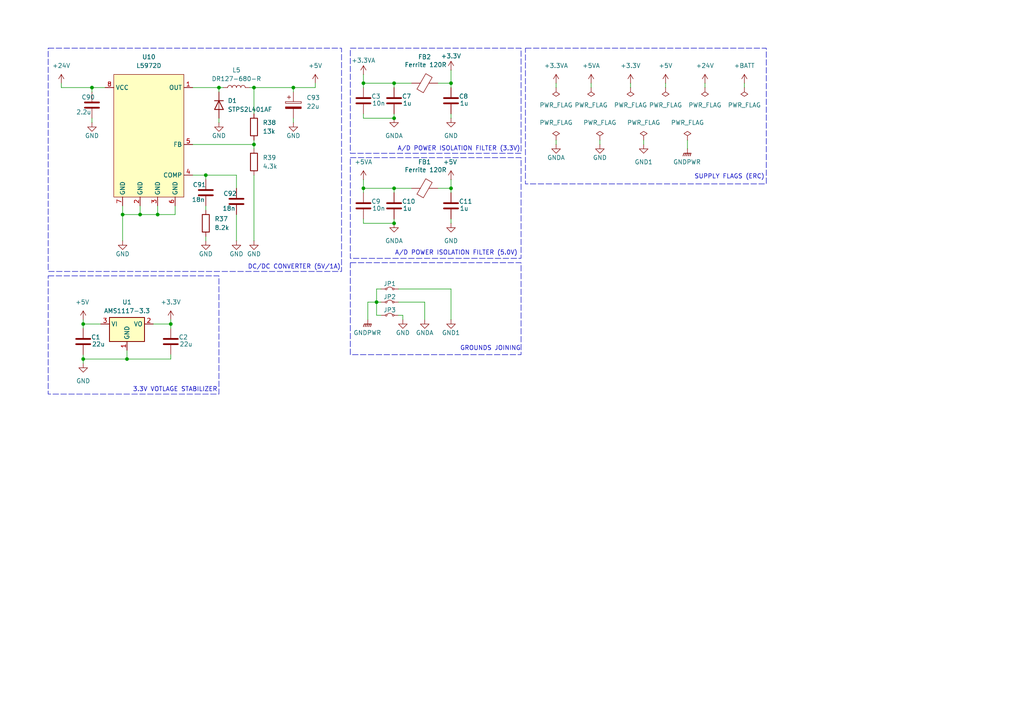
<source format=kicad_sch>
(kicad_sch (version 20231120) (generator "eeschema") (generator_version "8.0")
  (paper "A4")
  (lib_symbols
    (symbol "Device:C" (pin_numbers hide) (pin_names (offset 0.254))
      (property "Reference" "C" (at 0.635 2.54 0))
      (property "Value" "C" (at 0.635 -2.54 0))
      (symbol "C_0_1"
        (polyline (pts (xy -2.032 -0.762) (xy 2.032 -0.762)) (stroke (width 0.508)))
        (polyline (pts (xy -2.032 0.762) (xy 2.032 0.762)) (stroke (width 0.508)))
      )
      (symbol "C_1_1"
        (pin passive line (at 0 3.81 270) (length 2.794) (name "~") (number "1"))
        (pin passive line (at 0 -3.81 90) (length 2.794) (name "~") (number "2"))
      )
    )
    (symbol "Device:C_Polarized" (pin_numbers hide) (pin_names (offset 0.254))
      (property "Reference" "C" (at 0.635 2.54 0))
      (property "Value" "C_Polarized" (at 0.635 -2.54 0))
      (symbol "C_Polarized_0_1"
        (rectangle (start -2.286 0.508) (end 2.286 1.016))
        (polyline (pts (xy -1.778 2.286) (xy -0.762 2.286)))
        (polyline (pts (xy -1.27 2.794) (xy -1.27 1.778)))
        (rectangle (start 2.286 -0.508) (end -2.286 -1.016) (fill (type outline)))
      )
      (symbol "C_Polarized_1_1"
        (pin passive line (at 0 3.81 270) (length 2.794) (name "~") (number "1"))
        (pin passive line (at 0 -3.81 90) (length 2.794) (name "~") (number "2"))
      )
    )
    (symbol "Device:D" (pin_numbers hide) (pin_names (offset 1.016) hide)
      (property "Reference" "D" (at 0 2.54 0))
      (property "Value" "D" (at 0 -2.54 0))
      (symbol "D_0_1"
        (polyline (pts (xy -1.27 1.27) (xy -1.27 -1.27)) (stroke (width 0.254)))
        (polyline (pts (xy 1.27 0) (xy -1.27 0)))
        (polyline (pts (xy 1.27 1.27) (xy 1.27 -1.27) (xy -1.27 0) (xy 1.27 1.27)) (stroke (width 0.254)))
      )
      (symbol "D_1_1"
        (pin passive line (at -3.81 0 0) (length 2.54) (name "K") (number "1"))
        (pin passive line (at 3.81 0 180) (length 2.54) (name "A") (number "2"))
      )
    )
    (symbol "Device:FerriteBead" (pin_numbers hide) (pin_names (offset 0))
      (property "Reference" "FB" (at -3.81 0.635 90))
      (property "Value" "FerriteBead" (at 3.81 0 90))
      (symbol "FerriteBead_0_1"
        (polyline (pts (xy 0 -1.27) (xy 0 -1.2192)))
        (polyline (pts (xy 0 1.27) (xy 0 1.2954)))
        (polyline (pts (xy -2.7686 0.4064) (xy -1.7018 2.2606) (xy 2.7686 -0.3048) (xy 1.6764 -2.159) (xy -2.7686 0.4064)))
      )
      (symbol "FerriteBead_1_1"
        (pin passive line (at 0 3.81 270) (length 2.54) (name "~") (number "1"))
        (pin passive line (at 0 -3.81 90) (length 2.54) (name "~") (number "2"))
      )
    )
    (symbol "Device:L" (pin_numbers hide) (pin_names (offset 1.016) hide)
      (property "Reference" "L" (at -1.27 0 90))
      (property "Value" "L" (at 1.905 0 90))
      (symbol "L_0_1"
        (arc (start 0 -2.54) (mid 0.6323 -1.905) (end 0 -1.27))
        (arc (start 0 -1.27) (mid 0.6323 -0.635) (end 0 0))
        (arc (start 0 0) (mid 0.6323 0.635) (end 0 1.27))
        (arc (start 0 1.27) (mid 0.6323 1.905) (end 0 2.54))
      )
      (symbol "L_1_1"
        (pin passive line (at 0 3.81 270) (length 1.27) (name "1") (number "1"))
        (pin passive line (at 0 -3.81 90) (length 1.27) (name "2") (number "2"))
      )
    )
    (symbol "Device:R" (pin_numbers hide) (pin_names (offset 0))
      (property "Reference" "R" (at 2.032 0 90))
      (property "Value" "R" (at 0 0 90))
      (symbol "R_0_1"
        (rectangle (start -1.016 -2.54) (end 1.016 2.54) (stroke (width 0.254)))
      )
      (symbol "R_1_1"
        (pin passive line (at 0 3.81 270) (length 1.27) (name "~") (number "1"))
        (pin passive line (at 0 -3.81 90) (length 1.27) (name "~") (number "2"))
      )
    )
    (symbol "Jumper:Jumper_2_Small_Bridged" (pin_numbers hide) (pin_names (offset 0) hide) (exclude_from_sim yes)
      (property "Reference" "JP" (at 0 2.032 0))
      (property "Value" "Jumper_2_Small_Bridged" (at 0 -2.286 0))
      (symbol "Jumper_2_Small_Bridged_0_0"
        (circle (center -1.016 0) (radius 0.254))
        (circle (center 1.016 0) (radius 0.254))
      )
      (symbol "Jumper_2_Small_Bridged_0_1"
        (arc (start 0.762 0.254) (mid 0 0.5696) (end -0.762 0.254))
      )
      (symbol "Jumper_2_Small_Bridged_1_1"
        (pin passive line (at -2.54 0 0) (length 1.27) (name "A") (number "1"))
        (pin passive line (at 2.54 0 180) (length 1.27) (name "B") (number "2"))
      )
    )
    (symbol "New_Library:L5972D"
      (property "Reference" "U" (at 10.414 9.906 0))
      (property "Value" "L5972D" (at 0 0 0))
      (symbol "L5972D_0_1"
        (rectangle (start -8.89 7.62) (end 11.43 -27.94) (fill (type background)))
      )
      (symbol "L5972D_1_1"
        (pin power_out line (at 13.97 3.81 180) (length 2.54) (name "OUT") (number "1"))
        (pin power_in line (at -1.27 -30.48 90) (length 2.54) (name "GND") (number "2"))
        (pin power_in line (at 3.81 -30.48 90) (length 2.54) (name "GND") (number "3"))
        (pin input line (at 13.97 -21.59 180) (length 2.54) (name "COMP") (number "4"))
        (pin input line (at 13.97 -12.7 180) (length 2.54) (name "FB") (number "5"))
        (pin power_in line (at 8.89 -30.48 90) (length 2.54) (name "GND") (number "6"))
        (pin power_in line (at -6.35 -30.48 90) (length 2.54) (name "GND") (number "7"))
        (pin power_in line (at -11.43 3.81 0) (length 2.54) (name "VCC") (number "8"))
      )
    )
    (symbol "Regulator_Linear:AMS1117-3.3"
      (property "Reference" "U" (at -3.81 3.175 0))
      (property "Value" "AMS1117-3.3" (at 0 3.175 0))
      (symbol "AMS1117-3.3_0_1"
        (rectangle (start -5.08 -5.08) (end 5.08 1.905) (stroke (width 0.254)) (fill (type background)))
      )
      (symbol "AMS1117-3.3_1_1"
        (pin power_in line (at 0 -7.62 90) (length 2.54) (name "GND") (number "1"))
        (pin power_out line (at 7.62 0 180) (length 2.54) (name "VO") (number "2"))
        (pin power_in line (at -7.62 0 0) (length 2.54) (name "VI") (number "3"))
      )
    )
    (symbol "power:+24V" (power) (pin_numbers hide) (pin_names (offset 0) hide)
      (property "Value" "+24V" (at 0 3.556 0))
      (symbol "+24V_0_1"
        (polyline (pts (xy -0.762 1.27) (xy 0 2.54)))
        (polyline (pts (xy 0 0) (xy 0 2.54)))
        (polyline (pts (xy 0 2.54) (xy 0.762 1.27)))
      )
      (symbol "+24V_1_1"
        (pin power_in line (at 0 0 90) (length 0) (name "~") (number "1"))
      )
    )
    (symbol "power:+3.3V" (power) (pin_numbers hide) (pin_names (offset 0) hide)
      (property "Value" "+3.3V" (at 0 3.556 0))
      (symbol "+3.3V_0_1"
        (polyline (pts (xy -0.762 1.27) (xy 0 2.54)))
        (polyline (pts (xy 0 0) (xy 0 2.54)))
        (polyline (pts (xy 0 2.54) (xy 0.762 1.27)))
      )
      (symbol "+3.3V_1_1"
        (pin power_in line (at 0 0 90) (length 0) (name "~") (number "1"))
      )
    )
    (symbol "power:+3.3VA" (power) (pin_numbers hide) (pin_names (offset 0) hide)
      (property "Value" "+3.3VA" (at 0 3.556 0))
      (symbol "+3.3VA_0_1"
        (polyline (pts (xy -0.762 1.27) (xy 0 2.54)))
        (polyline (pts (xy 0 0) (xy 0 2.54)))
        (polyline (pts (xy 0 2.54) (xy 0.762 1.27)))
      )
      (symbol "+3.3VA_1_1"
        (pin power_in line (at 0 0 90) (length 0) (name "~") (number "1"))
      )
    )
    (symbol "power:+5V" (power) (pin_numbers hide) (pin_names (offset 0) hide)
      (property "Value" "+5V" (at 0 3.556 0))
      (symbol "+5V_0_1"
        (polyline (pts (xy -0.762 1.27) (xy 0 2.54)))
        (polyline (pts (xy 0 0) (xy 0 2.54)))
        (polyline (pts (xy 0 2.54) (xy 0.762 1.27)))
      )
      (symbol "+5V_1_1"
        (pin power_in line (at 0 0 90) (length 0) (name "~") (number "1"))
      )
    )
    (symbol "power:+5VA" (power) (pin_numbers hide) (pin_names (offset 0) hide)
      (property "Value" "+5VA" (at 0 3.556 0))
      (symbol "+5VA_0_1"
        (polyline (pts (xy -0.762 1.27) (xy 0 2.54)))
        (polyline (pts (xy 0 0) (xy 0 2.54)))
        (polyline (pts (xy 0 2.54) (xy 0.762 1.27)))
      )
      (symbol "+5VA_1_1"
        (pin power_in line (at 0 0 90) (length 0) (name "~") (number "1"))
      )
    )
    (symbol "power:+BATT" (power) (pin_numbers hide) (pin_names (offset 0) hide)
      (property "Value" "+BATT" (at 0 3.556 0))
      (symbol "+BATT_0_1"
        (polyline (pts (xy -0.762 1.27) (xy 0 2.54)))
        (polyline (pts (xy 0 0) (xy 0 2.54)))
        (polyline (pts (xy 0 2.54) (xy 0.762 1.27)))
      )
      (symbol "+BATT_1_1"
        (pin power_in line (at 0 0 90) (length 0) (name "~") (number "1"))
      )
    )
    (symbol "power:GND" (power) (pin_numbers hide) (pin_names (offset 0) hide)
      (property "Value" "GND" (at 0 -3.81 0))
      (symbol "GND_0_1"
        (polyline (pts (xy 0 0) (xy 0 -1.27) (xy 1.27 -1.27) (xy 0 -2.54) (xy -1.27 -1.27) (xy 0 -1.27)))
      )
      (symbol "GND_1_1"
        (pin power_in line (at 0 0 270) (length 0) (name "~") (number "1"))
      )
    )
    (symbol "power:GND1" (power) (pin_numbers hide) (pin_names (offset 0) hide)
      (property "Value" "GND1" (at 0 -3.81 0))
      (symbol "GND1_0_1"
        (polyline (pts (xy 0 0) (xy 0 -1.27) (xy 1.27 -1.27) (xy 0 -2.54) (xy -1.27 -1.27) (xy 0 -1.27)))
      )
      (symbol "GND1_1_1"
        (pin power_in line (at 0 0 270) (length 0) (name "~") (number "1"))
      )
    )
    (symbol "power:GNDA" (power) (pin_numbers hide) (pin_names (offset 0) hide)
      (property "Value" "GNDA" (at 0 -3.81 0))
      (symbol "GNDA_0_1"
        (polyline (pts (xy 0 0) (xy 0 -1.27) (xy 1.27 -1.27) (xy 0 -2.54) (xy -1.27 -1.27) (xy 0 -1.27)))
      )
      (symbol "GNDA_1_1"
        (pin power_in line (at 0 0 270) (length 0) (name "~") (number "1"))
      )
    )
    (symbol "power:GNDPWR" (power) (pin_numbers hide) (pin_names (offset 0) hide)
      (property "Value" "GNDPWR" (at 0 -3.302 0))
      (symbol "GNDPWR_0_1"
        (polyline (pts (xy 0 -1.27) (xy 0 0)))
        (polyline (pts (xy -1.016 -1.27) (xy -1.27 -2.032) (xy -1.27 -2.032)) (stroke (width 0.2032)))
        (polyline (pts (xy -0.508 -1.27) (xy -0.762 -2.032) (xy -0.762 -2.032)) (stroke (width 0.2032)))
        (polyline (pts (xy 0 -1.27) (xy -0.254 -2.032) (xy -0.254 -2.032)) (stroke (width 0.2032)))
        (polyline (pts (xy 0.508 -1.27) (xy 0.254 -2.032) (xy 0.254 -2.032)) (stroke (width 0.2032)))
        (polyline (pts (xy 1.016 -1.27) (xy -1.016 -1.27) (xy -1.016 -1.27)) (stroke (width 0.2032)))
        (polyline (pts (xy 1.016 -1.27) (xy 0.762 -2.032) (xy 0.762 -2.032) (xy 0.762 -2.032)) (stroke (width 0.2032)))
      )
      (symbol "GNDPWR_1_1"
        (pin power_in line (at 0 0 270) (length 0) (name "~") (number "1"))
      )
    )
    (symbol "power:PWR_FLAG" (power) (pin_numbers hide) (pin_names (offset 0) hide)
      (property "Value" "PWR_FLAG" (at 0 3.81 0))
      (symbol "PWR_FLAG_0_0"
        (pin power_out line (at 0 0 90) (length 0) (name "~") (number "1"))
      )
      (symbol "PWR_FLAG_0_1"
        (polyline (pts (xy 0 0) (xy 0 1.27) (xy -1.016 1.905) (xy 0 2.54) (xy 1.016 1.905) (xy 0 1.27)))
      )
    )
  )
  (junction (at 49.53 93.98))
  (junction (at 114.3 34.29))
  (junction (at 59.69 50.8))
  (junction (at 45.72 62.23))
  (junction (at 85.09 25.4))
  (junction (at 35.56 62.23))
  (junction (at 40.64 62.23))
  (junction (at 73.66 41.91))
  (junction (at 130.81 24.13))
  (junction (at 63.5 25.4))
  (junction (at 109.22 87.63))
  (junction (at 114.3 24.13))
  (junction (at 73.66 25.4))
  (junction (at 36.83 104.14))
  (junction (at 114.3 64.77))
  (junction (at 130.81 54.61))
  (junction (at 114.3 54.61))
  (junction (at 105.41 24.13))
  (junction (at 24.13 93.98))
  (junction (at 105.41 54.61))
  (junction (at 24.13 104.14))
  (junction (at 26.67 25.4))
  (wire (pts (xy 59.69 50.8) (xy 59.69 52.07)))
  (wire (pts (xy 105.41 52.07) (xy 105.41 54.61)))
  (wire (pts (xy 24.13 104.14) (xy 24.13 105.41)))
  (wire (pts (xy 114.3 54.61) (xy 114.3 55.88)))
  (wire (pts (xy 68.58 50.8) (xy 59.69 50.8)))
  (wire (pts (xy 91.44 24.13) (xy 91.44 25.4)))
  (wire (pts (xy 36.83 101.6) (xy 36.83 104.14)))
  (wire (pts (xy 109.22 91.44) (xy 109.22 87.63)))
  (wire (pts (xy 35.56 59.69) (xy 35.56 62.23)))
  (wire (pts (xy 63.5 25.4) (xy 63.5 26.67)))
  (wire (pts (xy 73.66 25.4) (xy 72.39 25.4)))
  (wire (pts (xy 127 54.61) (xy 130.81 54.61)))
  (wire (pts (xy 49.53 104.14) (xy 49.53 102.87)))
  (wire (pts (xy 114.3 63.5) (xy 114.3 64.77)))
  (wire (pts (xy 123.19 92.71) (xy 123.19 87.63)))
  (wire (pts (xy 64.77 25.4) (xy 63.5 25.4)))
  (wire (pts (xy 17.78 24.13) (xy 17.78 25.4)))
  (wire (pts (xy 45.72 59.69) (xy 45.72 62.23)))
  (wire (pts (xy 130.81 52.07) (xy 130.81 54.61)))
  (wire (pts (xy 105.41 64.77) (xy 114.3 64.77)))
  (wire (pts (xy 114.3 24.13) (xy 114.3 25.4)))
  (wire (pts (xy 127 24.13) (xy 130.81 24.13)))
  (wire (pts (xy 73.66 25.4) (xy 73.66 33.02)))
  (wire (pts (xy 116.84 91.44) (xy 116.84 92.71)))
  (wire (pts (xy 182.88 24.13) (xy 182.88 25.4)))
  (wire (pts (xy 171.45 24.13) (xy 171.45 25.4)))
  (wire (pts (xy 105.41 54.61) (xy 114.3 54.61)))
  (wire (pts (xy 106.68 87.63) (xy 109.22 87.63)))
  (wire (pts (xy 85.09 25.4) (xy 85.09 26.67)))
  (wire (pts (xy 114.3 33.02) (xy 114.3 34.29)))
  (wire (pts (xy 186.69 41.91) (xy 186.69 40.64)))
  (wire (pts (xy 130.81 92.71) (xy 130.81 83.82)))
  (wire (pts (xy 24.13 104.14) (xy 36.83 104.14)))
  (wire (pts (xy 130.81 33.02) (xy 130.81 34.29)))
  (wire (pts (xy 109.22 87.63) (xy 110.49 87.63)))
  (wire (pts (xy 114.3 54.61) (xy 119.38 54.61)))
  (wire (pts (xy 49.53 92.71) (xy 49.53 93.98)))
  (wire (pts (xy 24.13 92.71) (xy 24.13 93.98)))
  (wire (pts (xy 161.29 41.91) (xy 161.29 40.64)))
  (wire (pts (xy 68.58 62.23) (xy 68.58 69.85)))
  (wire (pts (xy 59.69 69.85) (xy 59.69 68.58)))
  (wire (pts (xy 173.99 41.91) (xy 173.99 40.64)))
  (wire (pts (xy 40.64 62.23) (xy 35.56 62.23)))
  (wire (pts (xy 45.72 62.23) (xy 40.64 62.23)))
  (wire (pts (xy 49.53 93.98) (xy 49.53 95.25)))
  (wire (pts (xy 105.41 34.29) (xy 114.3 34.29)))
  (wire (pts (xy 36.83 104.14) (xy 49.53 104.14)))
  (wire (pts (xy 17.78 25.4) (xy 26.67 25.4)))
  (wire (pts (xy 50.8 62.23) (xy 45.72 62.23)))
  (wire (pts (xy 215.9 24.13) (xy 215.9 25.4)))
  (wire (pts (xy 59.69 59.69) (xy 59.69 60.96)))
  (wire (pts (xy 109.22 87.63) (xy 109.22 83.82)))
  (wire (pts (xy 35.56 62.23) (xy 35.56 69.85)))
  (wire (pts (xy 109.22 83.82) (xy 110.49 83.82)))
  (wire (pts (xy 109.22 91.44) (xy 110.49 91.44)))
  (wire (pts (xy 130.81 83.82) (xy 115.57 83.82)))
  (wire (pts (xy 91.44 25.4) (xy 85.09 25.4)))
  (wire (pts (xy 24.13 95.25) (xy 24.13 93.98)))
  (wire (pts (xy 130.81 54.61) (xy 130.81 55.88)))
  (wire (pts (xy 105.41 55.88) (xy 105.41 54.61)))
  (wire (pts (xy 73.66 40.64) (xy 73.66 41.91)))
  (wire (pts (xy 26.67 25.4) (xy 30.48 25.4)))
  (wire (pts (xy 123.19 87.63) (xy 115.57 87.63)))
  (wire (pts (xy 105.41 24.13) (xy 114.3 24.13)))
  (wire (pts (xy 199.39 40.64) (xy 199.39 43.18)))
  (wire (pts (xy 68.58 54.61) (xy 68.58 50.8)))
  (wire (pts (xy 204.47 24.13) (xy 204.47 25.4)))
  (wire (pts (xy 193.04 24.13) (xy 193.04 25.4)))
  (wire (pts (xy 130.81 24.13) (xy 130.81 25.4)))
  (wire (pts (xy 73.66 25.4) (xy 85.09 25.4)))
  (wire (pts (xy 130.81 20.32) (xy 130.81 24.13)))
  (wire (pts (xy 44.45 93.98) (xy 49.53 93.98)))
  (wire (pts (xy 106.68 92.71) (xy 106.68 87.63)))
  (wire (pts (xy 130.81 63.5) (xy 130.81 64.77)))
  (wire (pts (xy 105.41 21.59) (xy 105.41 24.13)))
  (wire (pts (xy 26.67 34.29) (xy 26.67 35.56)))
  (wire (pts (xy 161.29 24.13) (xy 161.29 25.4)))
  (wire (pts (xy 55.88 50.8) (xy 59.69 50.8)))
  (wire (pts (xy 115.57 91.44) (xy 116.84 91.44)))
  (wire (pts (xy 105.41 63.5) (xy 105.41 64.77)))
  (wire (pts (xy 73.66 41.91) (xy 73.66 43.18)))
  (wire (pts (xy 73.66 50.8) (xy 73.66 69.85)))
  (wire (pts (xy 55.88 25.4) (xy 63.5 25.4)))
  (wire (pts (xy 63.5 34.29) (xy 63.5 35.56)))
  (wire (pts (xy 50.8 59.69) (xy 50.8 62.23)))
  (wire (pts (xy 105.41 25.4) (xy 105.41 24.13)))
  (wire (pts (xy 114.3 24.13) (xy 119.38 24.13)))
  (wire (pts (xy 26.67 26.67) (xy 26.67 25.4)))
  (wire (pts (xy 85.09 34.29) (xy 85.09 35.56)))
  (wire (pts (xy 24.13 93.98) (xy 29.21 93.98)))
  (wire (pts (xy 55.88 41.91) (xy 73.66 41.91)))
  (wire (pts (xy 40.64 59.69) (xy 40.64 62.23)))
  (wire (pts (xy 24.13 102.87) (xy 24.13 104.14)))
  (wire (pts (xy 105.41 33.02) (xy 105.41 34.29)))
  (rectangle (start 101.6 45.72) (end 151.13 74.93) (stroke (width 0) (type dash)))
  (rectangle (start 152.4 13.97) (end 222.25 53.34) (stroke (width 0) (type dash)))
  (rectangle (start 13.97 80.01) (end 63.5 114.3) (stroke (width 0) (type dash)))
  (rectangle (start 101.6 76.2) (end 151.13 102.87) (stroke (width 0) (type dash)))
  (rectangle (start 13.97 13.97) (end 99.06 78.74) (stroke (width 0) (type dash)))
  (rectangle (start 101.6 13.97) (end 151.13 44.45) (stroke (width 0) (type dash)))
  (text "SUPPLY FLAGS (ERC)" (at 211.582 51.308 0) (effects (font (size 1.27 1.27))))
  (text "A/D POWER ISOLATION FILTER (5.0V)" (at 132.334 73.406 0) (effects (font (size 1.27 1.27))))
  (text "DC/DC CONVERTER (5V/1A)" (at 85.344 77.47 0) (effects (font (size 1.27 1.27))))
  (text "A/D POWER ISOLATION FILTER (3.3V)" (at 133.096 43.18 0) (effects (font (size 1.27 1.27))))
  (text "GROUNDS JOINING" (at 142.24 101.092 0) (effects (font (size 1.27 1.27))))
  (text "3.3V VOTLAGE STABILIZER" (at 50.8 113.03 0) (effects (font (size 1.27 1.27))))
  (symbol (lib_id "New_Library:L5972D") (at 41.91 29.21 0) (unit 1)
    (property "Reference" "U10" (at 43.18 16.51 0))
    (property "Value" "L5972D" (at 43.18 19.05 0))
    (property "Footprint" "Package_SO:SO-8_3.9x4.9mm_P1.27mm" (effects (hide yes)))
  )
  (symbol (lib_id "power:+5V") (at 193.04 24.13 0) (unit 1)
    (property "Reference" "#PWR0116" (effects (hide yes)))
    (property "Value" "+5V" (at 193.04 19.05 0))
    (property "Description" "Power symbol creates a global label with name \"+5V\"" (effects (hide yes)))
  )
  (symbol (lib_id "Device:L") (at 68.58 25.4 90) (unit 1)
    (property "Reference" "L5" (at 68.58 20.32 90))
    (property "Value" "DR127-680-R" (at 68.58 22.86 90))
    (property "Footprint" "SkrzpkAmpLibs:DR127-100-R" (effects (hide yes)))
    (property "Description" "Inductor" (effects (hide yes)))
  )
  (symbol (lib_id "power:GNDA") (at 114.3 64.77 0) (unit 1)
    (property "Reference" "#PWR012" (effects (hide yes)))
    (property "Value" "GNDA" (at 114.3 69.85 0))
    (property "Description" "Power symbol creates a global label with name \"GNDA\" , analog ground" (effects (hide yes)))
    (instances (project "control_board" (path "" (reference "#PWR012") (unit 1))) (project "" (path "" (reference "#PWR098") (unit 1))))
  )
  (symbol (lib_id "Device:C") (at 130.81 59.69 0) (unit 1)
    (property "Reference" "C11" (at 133.096 58.42 0) (effects (justify left)))
    (property "Value" "1u" (at 133.35 60.452 0) (effects (justify left)))
    (property "Footprint" "Capacitor_SMD:C_0603_1608Metric_Pad1.08x0.95mm_HandSolder" (effects (hide yes)))
    (property "Description" "Unpolarized capacitor" (effects (hide yes)))
    (instances (project "control_board" (path "" (reference "C11") (unit 1))) (project "" (path "" (reference "C89") (unit 1))))
  )
  (symbol (lib_id "power:PWR_FLAG") (at 215.9 25.4 180) (unit 1)
    (property "Reference" "#FLG010" (effects (hide yes)))
    (property "Value" "PWR_FLAG" (at 215.9 30.48 0))
    (property "Description" "Special symbol for telling ERC where power comes from" (effects (hide yes)))
  )
  (symbol (lib_id "power:PWR_FLAG") (at 171.45 25.4 180) (unit 1)
    (property "Reference" "#FLG03" (effects (hide yes)))
    (property "Value" "PWR_FLAG" (at 171.45 30.48 0))
    (property "Description" "Special symbol for telling ERC where power comes from" (effects (hide yes)))
  )
  (symbol (lib_id "power:GND") (at 173.99 41.91 0) (unit 1)
    (property "Reference" "#PWR0113" (effects (hide yes)))
    (property "Value" "GND" (at 173.99 45.72 0))
    (property "Description" "Power symbol creates a global label with name \"GND\" , ground" (effects (hide yes)))
  )
  (symbol (lib_id "power:GND") (at 26.67 35.56 0) (unit 1)
    (property "Reference" "#PWR0110" (effects (hide yes)))
    (property "Value" "GND" (at 26.67 39.37 0))
    (property "Description" "Power symbol creates a global label with name \"GND\" , ground" (effects (hide yes)))
  )
  (symbol (lib_id "power:GND") (at 35.56 69.85 0) (unit 1)
    (property "Reference" "#PWR0112" (effects (hide yes)))
    (property "Value" "GND" (at 35.56 73.66 0))
    (property "Description" "Power symbol creates a global label with name \"GND\" , ground" (effects (hide yes)))
  )
  (symbol (lib_id "power:PWR_FLAG") (at 161.29 40.64 0) (unit 1)
    (property "Reference" "#FLG02" (effects (hide yes)))
    (property "Value" "PWR_FLAG" (at 161.29 35.56 0))
    (property "Description" "Special symbol for telling ERC where power comes from" (effects (hide yes)))
  )
  (symbol (lib_id "Jumper:Jumper_2_Small_Bridged") (at 113.03 87.63 0) (unit 1) (exclude_from_sim yes)
    (property "Reference" "JP2" (at 113.03 86.106 0))
    (property "Value" "Jumper_2_Small_Bridged" (effects (hide yes)))
    (property "Footprint" "Resistor_SMD:R_1210_3225Metric_Pad1.30x2.65mm_HandSolder" (effects (hide yes)))
    (property "Description" "Jumper, 2-pole, small symbol, bridged" (effects (hide yes)))
  )
  (symbol (lib_id "power:GNDA") (at 161.29 41.91 0) (unit 1)
    (property "Reference" "#PWR0109" (effects (hide yes)))
    (property "Value" "GNDA" (at 161.29 45.72 0))
    (property "Description" "Power symbol creates a global label with name \"GNDA\" , analog ground" (effects (hide yes)))
  )
  (symbol (lib_id "Device:R") (at 73.66 46.99 0) (unit 1)
    (property "Reference" "R39" (at 76.2 45.7199 0) (effects (justify left)))
    (property "Value" "4.3k" (at 76.2 48.2599 0) (effects (justify left)))
    (property "Footprint" "Resistor_SMD:R_0603_1608Metric_Pad0.98x0.95mm_HandSolder" (effects (hide yes)))
    (property "Description" "Resistor" (effects (hide yes)))
  )
  (symbol (lib_id "power:GNDA") (at 123.19 92.71 0) (unit 1)
    (property "Reference" "#PWR0100" (effects (hide yes)))
    (property "Value" "GNDA" (at 123.19 96.52 0))
    (property "Description" "Power symbol creates a global label with name \"GNDA\" , analog ground" (effects (hide yes)))
  )
  (symbol (lib_id "Device:D") (at 63.5 30.48 270) (unit 1)
    (property "Reference" "D1" (at 66.04 29.2099 90) (effects (justify left)))
    (property "Value" "STPS2L401AF" (at 66.04 31.7499 90) (effects (justify left)))
    (property "Footprint" "SkrzpkAmpLibs:STPS2L40AF" (effects (hide yes)))
    (property "Description" "Diode" (effects (hide yes)))
    (property "Sim.Device" "D" (effects (hide yes)))
    (property "Sim.Pins" "1=K 2=A" (effects (hide yes)))
  )
  (symbol (lib_id "power:GND1") (at 130.81 92.71 0) (unit 1)
    (property "Reference" "#PWR0101" (effects (hide yes)))
    (property "Value" "GND1" (at 130.81 96.52 0))
    (property "Description" "Power symbol creates a global label with name \"GND1\" , ground" (effects (hide yes)))
  )
  (symbol (lib_id "power:+BATT") (at 215.9 24.13 0) (unit 1)
    (property "Reference" "#PWR0123" (effects (hide yes)))
    (property "Value" "+BATT" (at 215.9 19.05 0))
    (property "Description" "Power symbol creates a global label with name \"+BATT\"" (effects (hide yes)))
  )
  (symbol (lib_id "Device:C") (at 24.13 99.06 0) (unit 1)
    (property "Reference" "C1" (at 26.416 97.79 0) (effects (justify left)))
    (property "Value" "22u" (at 26.67 99.822 0) (effects (justify left)))
    (property "Footprint" "Capacitor_SMD:C_0603_1608Metric_Pad1.08x0.95mm_HandSolder" (effects (hide yes)))
    (property "Description" "Unpolarized capacitor" (effects (hide yes)))
    (instances (project "control_board" (path "" (reference "C1") (unit 1))) (project "" (path "" (reference "C82") (unit 1))))
  )
  (symbol (lib_id "Device:C") (at 105.41 59.69 0) (unit 1)
    (property "Reference" "C9" (at 107.696 58.42 0) (effects (justify left)))
    (property "Value" "10n" (at 107.95 60.452 0) (effects (justify left)))
    (property "Footprint" "Capacitor_SMD:C_0603_1608Metric_Pad1.08x0.95mm_HandSolder" (effects (hide yes)))
    (property "Description" "Unpolarized capacitor" (effects (hide yes)))
    (instances (project "control_board" (path "" (reference "C9") (unit 1))) (project "" (path "" (reference "C84") (unit 1))))
  )
  (symbol (lib_id "power:GNDA") (at 114.3 34.29 0) (unit 1)
    (property "Reference" "#PWR098" (effects (hide yes)))
    (property "Value" "GNDA" (at 114.3 39.37 0))
    (property "Description" "Power symbol creates a global label with name \"GNDA\" , analog ground" (effects (hide yes)))
    (instances (project "control_board" (path "" (reference "#PWR098") (unit 1))) (project "" (path "" (reference "#PWR097") (unit 1))))
  )
  (symbol (lib_id "power:GND") (at 130.81 34.29 0) (unit 1)
    (property "Reference" "#PWR0102" (effects (hide yes)))
    (property "Value" "GND" (at 130.81 39.37 0))
    (property "Description" "Power symbol creates a global label with name \"GND\" , ground" (effects (hide yes)))
    (instances (project "control_board" (path "" (reference "#PWR0102") (unit 1))) (project "" (path "" (reference "#PWR0104") (unit 1))))
  )
  (symbol (lib_id "Device:C") (at 26.67 30.48 0) (unit 1)
    (property "Reference" "C90" (at 23.622 28.194 0) (effects (justify left)))
    (property "Value" "2.2u" (at 22.098 32.512 0) (effects (justify left)))
    (property "Footprint" "Capacitor_SMD:C_0603_1608Metric_Pad1.08x0.95mm_HandSolder" (effects (hide yes)))
    (property "Description" "Unpolarized capacitor" (effects (hide yes)))
  )
  (symbol (lib_id "power:GND") (at 73.66 69.85 0) (unit 1)
    (property "Reference" "#PWR0122" (effects (hide yes)))
    (property "Value" "GND" (at 73.66 73.66 0))
    (property "Description" "Power symbol creates a global label with name \"GND\" , ground" (effects (hide yes)))
  )
  (symbol (lib_id "Jumper:Jumper_2_Small_Bridged") (at 113.03 91.44 0) (unit 1) (exclude_from_sim yes)
    (property "Reference" "JP3" (at 113.03 89.916 0))
    (property "Value" "Jumper_2_Small_Bridged" (effects (hide yes)))
    (property "Footprint" "Resistor_SMD:R_1210_3225Metric_Pad1.30x2.65mm_HandSolder" (effects (hide yes)))
    (property "Description" "Jumper, 2-pole, small symbol, bridged" (effects (hide yes)))
  )
  (symbol (lib_id "power:GND") (at 85.09 35.56 0) (unit 1)
    (property "Reference" "#PWR0124" (effects (hide yes)))
    (property "Value" "GND" (at 85.09 39.37 0))
    (property "Description" "Power symbol creates a global label with name \"GND\" , ground" (effects (hide yes)))
  )
  (symbol (lib_id "Device:FerriteBead") (at 123.19 24.13 90) (unit 1)
    (property "Reference" "FB2" (at 123.1392 16.51 90))
    (property "Value" "Ferrite 120R" (at 123.444 18.796 90))
    (property "Footprint" "Inductor_SMD:L_0805_2012Metric_Pad1.05x1.20mm_HandSolder" (effects (hide yes)))
    (property "Description" "Ferrite bead" (effects (hide yes)))
    (instances (project "control_board" (path "" (reference "FB2") (unit 1))) (project "" (path "" (reference "FB1") (unit 1))))
  )
  (symbol (lib_id "Device:C") (at 114.3 29.21 0) (unit 1)
    (property "Reference" "C7" (at 116.586 27.94 0) (effects (justify left)))
    (property "Value" "1u" (at 116.84 29.972 0) (effects (justify left)))
    (property "Footprint" "Capacitor_SMD:C_0603_1608Metric_Pad1.08x0.95mm_HandSolder" (effects (hide yes)))
    (property "Description" "Unpolarized capacitor" (effects (hide yes)))
    (instances (project "control_board" (path "" (reference "C7") (unit 1))) (project "" (path "" (reference "C85") (unit 1))))
  )
  (symbol (lib_id "Device:C") (at 68.58 58.42 0) (unit 1)
    (property "Reference" "C92" (at 64.77 56.134 0) (effects (justify left)))
    (property "Value" "18n" (at 64.516 60.452 0) (effects (justify left)))
    (property "Footprint" "Capacitor_SMD:C_0603_1608Metric_Pad1.08x0.95mm_HandSolder" (effects (hide yes)))
    (property "Description" "Unpolarized capacitor" (effects (hide yes)))
  )
  (symbol (lib_id "power:GND") (at 68.58 69.85 0) (unit 1)
    (property "Reference" "#PWR0121" (effects (hide yes)))
    (property "Value" "GND" (at 68.58 73.66 0))
    (property "Description" "Power symbol creates a global label with name \"GND\" , ground" (effects (hide yes)))
  )
  (symbol (lib_id "power:GND") (at 24.13 105.41 0) (unit 1)
    (property "Reference" "#PWR06" (effects (hide yes)))
    (property "Value" "GND" (at 24.13 110.49 0))
    (property "Description" "Power symbol creates a global label with name \"GND\" , ground" (effects (hide yes)))
    (instances (project "control_board" (path "" (reference "#PWR06") (unit 1))) (project "" (path "" (reference "#PWR093") (unit 1))))
  )
  (symbol (lib_id "power:+3.3V") (at 130.81 20.32 0) (unit 1)
    (property "Reference" "#PWR099" (effects (hide yes)))
    (property "Value" "+3.3V" (at 130.81 16.256 0))
    (property "Description" "Power symbol creates a global label with name \"+3.3V\"" (effects (hide yes)))
    (instances (project "control_board" (path "" (reference "#PWR099") (unit 1))) (project "" (path "" (reference "#PWR0103") (unit 1))))
  )
  (symbol (lib_id "Device:R") (at 73.66 36.83 0) (unit 1)
    (property "Reference" "R38" (at 76.2 35.5599 0) (effects (justify left)))
    (property "Value" "13k" (at 76.2 38.0999 0) (effects (justify left)))
    (property "Footprint" "Resistor_SMD:R_0603_1608Metric_Pad0.98x0.95mm_HandSolder" (effects (hide yes)))
    (property "Description" "Resistor" (effects (hide yes)))
  )
  (symbol (lib_id "power:+5V") (at 91.44 24.13 0) (unit 1)
    (property "Reference" "#PWR0125" (effects (hide yes)))
    (property "Value" "+5V" (at 91.44 19.05 0))
    (property "Description" "Power symbol creates a global label with name \"+5V\"" (effects (hide yes)))
  )
  (symbol (lib_id "power:+24V") (at 17.78 24.13 0) (unit 1)
    (property "Reference" "#PWR0107" (effects (hide yes)))
    (property "Value" "+24V" (at 17.78 19.05 0))
    (property "Description" "Power symbol creates a global label with name \"+24V\"" (effects (hide yes)))
  )
  (symbol (lib_id "power:PWR_FLAG") (at 161.29 25.4 180) (unit 1)
    (property "Reference" "#FLG01" (effects (hide yes)))
    (property "Value" "PWR_FLAG" (at 161.29 30.48 0))
    (property "Description" "Special symbol for telling ERC where power comes from" (effects (hide yes)))
  )
  (symbol (lib_id "power:+5V") (at 24.13 92.71 0) (unit 1)
    (property "Reference" "#PWR01" (effects (hide yes)))
    (property "Value" "+5V" (at 23.876 87.63 0))
    (property "Description" "Power symbol creates a global label with name \"+5V\"" (effects (hide yes)))
    (instances (project "control_board" (path "" (reference "#PWR01") (unit 1))) (project "" (path "" (reference "#PWR092") (unit 1))))
  )
  (symbol (lib_id "power:+5V") (at 130.81 52.07 0) (unit 1)
    (property "Reference" "#PWR026" (effects (hide yes)))
    (property "Value" "+5V" (at 130.556 46.99 0))
    (property "Description" "Power symbol creates a global label with name \"+5V\"" (effects (hide yes)))
    (instances (project "control_board" (path "" (reference "#PWR026") (unit 1))) (project "" (path "" (reference "#PWR0105") (unit 1))))
  )
  (symbol (lib_id "Device:R") (at 59.69 64.77 0) (unit 1)
    (property "Reference" "R37" (at 62.23 63.4999 0) (effects (justify left)))
    (property "Value" "8.2k" (at 62.23 66.0399 0) (effects (justify left)))
    (property "Footprint" "Resistor_SMD:R_0603_1608Metric_Pad0.98x0.95mm_HandSolder" (effects (hide yes)))
    (property "Description" "Resistor" (effects (hide yes)))
  )
  (symbol (lib_id "Device:C") (at 130.81 29.21 0) (unit 1)
    (property "Reference" "C8" (at 133.096 27.94 0) (effects (justify left)))
    (property "Value" "1u" (at 133.35 29.972 0) (effects (justify left)))
    (property "Footprint" "Capacitor_SMD:C_0603_1608Metric_Pad1.08x0.95mm_HandSolder" (effects (hide yes)))
    (property "Description" "Unpolarized capacitor" (effects (hide yes)))
    (instances (project "control_board" (path "" (reference "C8") (unit 1))) (project "" (path "" (reference "C88") (unit 1))))
  )
  (symbol (lib_id "power:GNDPWR") (at 199.39 43.18 0) (unit 1)
    (property "Reference" "#PWR0118" (effects (hide yes)))
    (property "Value" "GNDPWR" (at 199.263 46.99 0))
    (property "Description" "Power symbol creates a global label with name \"GNDPWR\" , global ground" (effects (hide yes)))
  )
  (symbol (lib_id "Regulator_Linear:AMS1117-3.3") (at 36.83 93.98 0) (unit 1)
    (property "Reference" "U1" (at 36.83 87.63 0))
    (property "Value" "AMS1117-3.3" (at 36.83 90.17 0))
    (property "Footprint" "Package_TO_SOT_SMD:SOT-223-3_TabPin2" (effects (hide yes)))
    (property "Datasheet" "http://www.advanced-monolithic.com/pdf/ds1117.pdf" (effects (hide yes)))
    (property "Description" "1A Low Dropout regulator, positive, 3.3V fixed output, SOT-223" (effects (hide yes)))
    (instances (project "control_board" (path "" (reference "U1") (unit 1))) (project "" (path "" (reference "U9") (unit 1)) (path "" (reference "U9") (unit 1))))
  )
  (symbol (lib_id "Device:C_Polarized") (at 85.09 30.48 0) (unit 1)
    (property "Reference" "C93" (at 88.9 28.3209 0) (effects (justify left)))
    (property "Value" "22u" (at 88.9 30.8609 0) (effects (justify left)))
    (property "Footprint" "Capacitor_SMD:C_0603_1608Metric_Pad1.08x0.95mm_HandSolder" (effects (hide yes)))
    (property "Description" "Polarized capacitor" (effects (hide yes)))
  )
  (symbol (lib_id "Device:C") (at 49.53 99.06 0) (unit 1)
    (property "Reference" "C2" (at 51.816 97.79 0) (effects (justify left)))
    (property "Value" "22u" (at 52.07 99.822 0) (effects (justify left)))
    (property "Footprint" "Capacitor_SMD:C_0603_1608Metric_Pad1.08x0.95mm_HandSolder" (effects (hide yes)))
    (property "Description" "Unpolarized capacitor" (effects (hide yes)))
    (instances (project "control_board" (path "" (reference "C2") (unit 1))) (project "" (path "" (reference "C87") (unit 1))))
  )
  (symbol (lib_id "power:PWR_FLAG") (at 193.04 25.4 180) (unit 1)
    (property "Reference" "#FLG07" (effects (hide yes)))
    (property "Value" "PWR_FLAG" (at 193.04 30.48 0))
    (property "Description" "Special symbol for telling ERC where power comes from" (effects (hide yes)))
  )
  (symbol (lib_id "power:PWR_FLAG") (at 199.39 40.64 0) (unit 1)
    (property "Reference" "#FLG08" (effects (hide yes)))
    (property "Value" "PWR_FLAG" (at 199.39 35.56 0))
    (property "Description" "Special symbol for telling ERC where power comes from" (effects (hide yes)))
  )
  (symbol (lib_id "power:+3.3V") (at 49.53 92.71 0) (unit 1)
    (property "Reference" "#PWR07" (effects (hide yes)))
    (property "Value" "+3.3V" (at 49.53 87.63 0))
    (property "Description" "Power symbol creates a global label with name \"+3.3V\"" (effects (hide yes)))
    (instances (project "control_board" (path "" (reference "#PWR07") (unit 1))) (project "" (path "" (reference "#PWR0102") (unit 1))))
  )
  (symbol (lib_id "power:GND1") (at 186.69 41.91 0) (unit 1)
    (property "Reference" "#PWR0115" (effects (hide yes)))
    (property "Value" "GND1" (at 186.69 46.99 0))
    (property "Description" "Power symbol creates a global label with name \"GND1\" , ground" (effects (hide yes)))
  )
  (symbol (lib_id "power:+5VA") (at 171.45 24.13 0) (unit 1)
    (property "Reference" "#PWR0111" (effects (hide yes)))
    (property "Value" "+5VA" (at 171.45 19.05 0))
    (property "Description" "Power symbol creates a global label with name \"+5VA\"" (effects (hide yes)))
  )
  (symbol (lib_id "power:GNDPWR") (at 106.68 92.71 0) (unit 1)
    (property "Reference" "#PWR096" (effects (hide yes)))
    (property "Value" "GNDPWR" (at 106.553 96.52 0))
    (property "Description" "Power symbol creates a global label with name \"GNDPWR\" , global ground" (effects (hide yes)))
  )
  (symbol (lib_id "Jumper:Jumper_2_Small_Bridged") (at 113.03 83.82 0) (unit 1) (exclude_from_sim yes)
    (property "Reference" "JP1" (at 113.03 82.296 0))
    (property "Value" "Jumper_2_Small_Bridged" (effects (hide yes)))
    (property "Footprint" "Resistor_SMD:R_1210_3225Metric_Pad1.30x2.65mm_HandSolder" (effects (hide yes)))
    (property "Description" "Jumper, 2-pole, small symbol, bridged" (effects (hide yes)))
  )
  (symbol (lib_id "power:GND") (at 63.5 35.56 0) (unit 1)
    (property "Reference" "#PWR0119" (effects (hide yes)))
    (property "Value" "GND" (at 63.5 39.37 0))
    (property "Description" "Power symbol creates a global label with name \"GND\" , ground" (effects (hide yes)))
  )
  (symbol (lib_id "power:PWR_FLAG") (at 186.69 40.64 0) (unit 1)
    (property "Reference" "#FLG06" (effects (hide yes)))
    (property "Value" "PWR_FLAG" (at 186.69 35.56 0))
    (property "Description" "Special symbol for telling ERC where power comes from" (effects (hide yes)))
  )
  (symbol (lib_id "Device:FerriteBead") (at 123.19 54.61 90) (unit 1)
    (property "Reference" "FB1" (at 123.1392 46.99 90))
    (property "Value" "Ferrite 120R" (at 123.444 49.276 90))
    (property "Footprint" "Inductor_SMD:L_0805_2012Metric_Pad1.05x1.20mm_HandSolder" (effects (hide yes)))
    (property "Description" "Ferrite bead" (effects (hide yes)))
    (instances (project "control_board" (path "" (reference "FB1") (unit 1))) (project "" (path "" (reference "FB2") (unit 1))))
  )
  (symbol (lib_id "Device:C") (at 114.3 59.69 0) (unit 1)
    (property "Reference" "C10" (at 116.586 58.42 0) (effects (justify left)))
    (property "Value" "1u" (at 116.84 60.452 0) (effects (justify left)))
    (property "Footprint" "Capacitor_SMD:C_0603_1608Metric_Pad1.08x0.95mm_HandSolder" (effects (hide yes)))
    (property "Description" "Unpolarized capacitor" (effects (hide yes)))
    (instances (project "control_board" (path "" (reference "C10") (unit 1))) (project "" (path "" (reference "C86") (unit 1))))
  )
  (symbol (lib_id "power:+3.3VA") (at 161.29 24.13 0) (unit 1)
    (property "Reference" "#PWR0108" (effects (hide yes)))
    (property "Value" "+3.3VA" (at 161.29 19.05 0))
    (property "Description" "Power symbol creates a global label with name \"+3.3VA\"" (effects (hide yes)))
  )
  (symbol (lib_id "power:PWR_FLAG") (at 182.88 25.4 180) (unit 1)
    (property "Reference" "#FLG05" (effects (hide yes)))
    (property "Value" "PWR_FLAG" (at 182.88 30.48 0))
    (property "Description" "Special symbol for telling ERC where power comes from" (effects (hide yes)))
  )
  (symbol (lib_id "power:GND") (at 59.69 69.85 0) (unit 1)
    (property "Reference" "#PWR0117" (effects (hide yes)))
    (property "Value" "GND" (at 59.69 73.66 0))
    (property "Description" "Power symbol creates a global label with name \"GND\" , ground" (effects (hide yes)))
  )
  (symbol (lib_id "power:GND") (at 116.84 92.71 0) (unit 1)
    (property "Reference" "#PWR099" (effects (hide yes)))
    (property "Value" "GND" (at 116.84 96.52 0))
    (property "Description" "Power symbol creates a global label with name \"GND\" , ground" (effects (hide yes)))
  )
  (symbol (lib_id "Device:C") (at 105.41 29.21 0) (unit 1)
    (property "Reference" "C3" (at 107.696 27.94 0) (effects (justify left)))
    (property "Value" "10n" (at 107.95 29.972 0) (effects (justify left)))
    (property "Footprint" "Capacitor_SMD:C_0603_1608Metric_Pad1.08x0.95mm_HandSolder" (effects (hide yes)))
    (property "Description" "Unpolarized capacitor" (effects (hide yes)))
    (instances (project "control_board" (path "" (reference "C3") (unit 1))) (project "" (path "" (reference "C83") (unit 1))))
  )
  (symbol (lib_id "power:+3.3VA") (at 105.41 21.59 0) (unit 1)
    (property "Reference" "#PWR086" (effects (hide yes)))
    (property "Value" "+3.3VA" (at 105.41 17.526 0))
    (property "Description" "Power symbol creates a global label with name \"+3.3VA\"" (effects (hide yes)))
    (instances (project "control_board" (path "" (reference "#PWR086") (unit 1))) (project "" (path "" (reference "#PWR094") (unit 1))))
  )
  (symbol (lib_id "power:+3.3V") (at 182.88 24.13 0) (unit 1)
    (property "Reference" "#PWR0114" (effects (hide yes)))
    (property "Value" "+3.3V" (at 182.88 19.05 0))
    (property "Description" "Power symbol creates a global label with name \"+3.3V\"" (effects (hide yes)))
  )
  (symbol (lib_id "power:+24V") (at 204.47 24.13 0) (unit 1)
    (property "Reference" "#PWR0120" (effects (hide yes)))
    (property "Value" "+24V" (at 204.47 19.05 0))
    (property "Description" "Power symbol creates a global label with name \"+24V\"" (effects (hide yes)))
  )
  (symbol (lib_id "power:PWR_FLAG") (at 204.47 25.4 180) (unit 1)
    (property "Reference" "#FLG09" (effects (hide yes)))
    (property "Value" "PWR_FLAG" (at 204.47 30.48 0))
    (property "Description" "Special symbol for telling ERC where power comes from" (effects (hide yes)))
  )
  (symbol (lib_id "Device:C") (at 59.69 55.88 0) (unit 1)
    (property "Reference" "C91" (at 55.88 53.594 0) (effects (justify left)))
    (property "Value" "18n" (at 55.626 57.912 0) (effects (justify left)))
    (property "Footprint" "Capacitor_SMD:C_0603_1608Metric_Pad1.08x0.95mm_HandSolder" (effects (hide yes)))
    (property "Description" "Unpolarized capacitor" (effects (hide yes)))
  )
  (symbol (lib_id "power:GND") (at 130.81 64.77 0) (unit 1)
    (property "Reference" "#PWR019" (effects (hide yes)))
    (property "Value" "GND" (at 130.81 69.85 0))
    (property "Description" "Power symbol creates a global label with name \"GND\" , ground" (effects (hide yes)))
    (instances (project "control_board" (path "" (reference "#PWR019") (unit 1))) (project "" (path "" (reference "#PWR0106") (unit 1))))
  )
  (symbol (lib_id "power:+5VA") (at 105.41 52.07 0) (unit 1)
    (property "Reference" "#PWR029" (effects (hide yes)))
    (property "Value" "+5VA" (at 105.41 46.99 0))
    (property "Description" "Power symbol creates a global label with name \"+5VA\"" (effects (hide yes)))
    (instances (project "control_board" (path "" (reference "#PWR029") (unit 1))) (project "" (path "" (reference "#PWR095") (unit 1))))
  )
  (symbol (lib_id "power:PWR_FLAG") (at 173.99 40.64 0) (unit 1)
    (property "Reference" "#FLG04" (effects (hide yes)))
    (property "Value" "PWR_FLAG" (at 173.99 35.56 0))
    (property "Description" "Special symbol for telling ERC where power comes from" (effects (hide yes)))
  )
)
</source>
